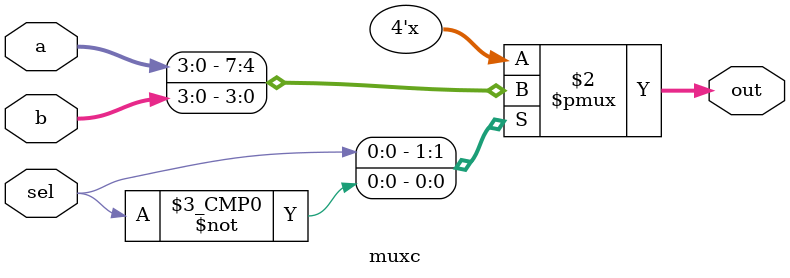
<source format=v>
`timescale 1ns / 1ps


module muxc(a,b,sel,out); // in in in out
    input  sel;   // select line
    input  [3:0] a;  // c1   
    input  [3:0] b;  //c2  
    output reg[3:0] out;  //output



always @( a or b or sel) begin
    case (sel)
        1: out <= a;
        0: out <= b;
    endcase
end

endmodule  
</source>
